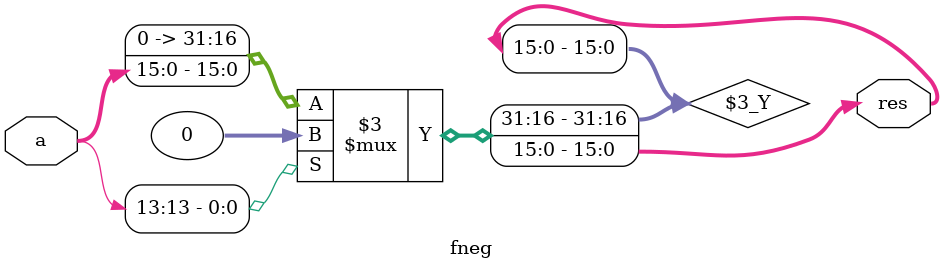
<source format=sv>
`timescale 1ns/1ps
module fneg
    #(parameter
        ID=1,
        WIDTH=16
    )(
    input wire[WIDTH-1:0] a,
    output wire[WIDTH-1:0] res
);
    assign res = (a[WIDTH-3] == 0) ? a:0;   //if the sign bit is high, send zero on the output else send the input
endmodule

</source>
